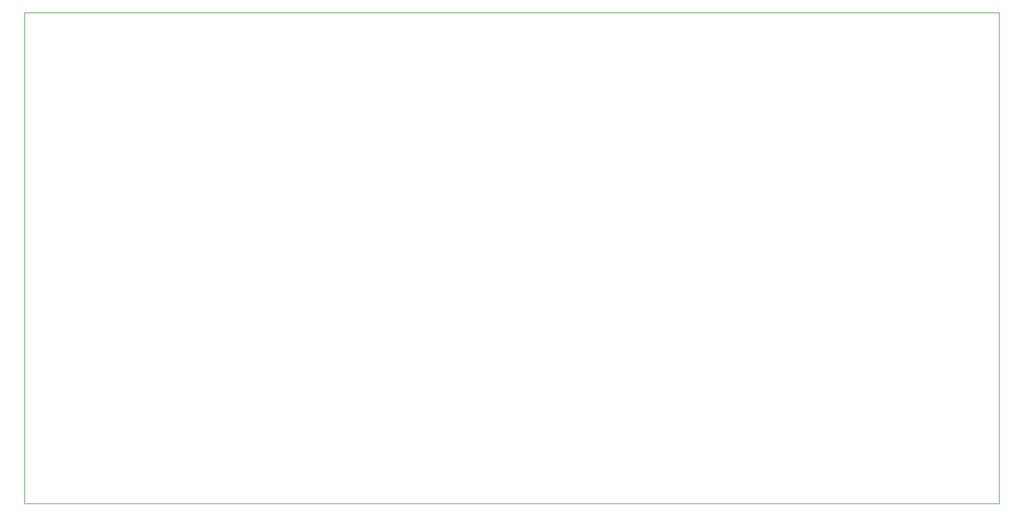
<source format=gm1>
%TF.GenerationSoftware,KiCad,Pcbnew,(6.0.5)*%
%TF.CreationDate,2022-06-06T23:13:21-07:00*%
%TF.ProjectId,tc_pcb_f,74635f70-6362-45f6-962e-6b696361645f,rev?*%
%TF.SameCoordinates,Original*%
%TF.FileFunction,Profile,NP*%
%FSLAX46Y46*%
G04 Gerber Fmt 4.6, Leading zero omitted, Abs format (unit mm)*
G04 Created by KiCad (PCBNEW (6.0.5)) date 2022-06-06 23:13:21*
%MOMM*%
%LPD*%
G01*
G04 APERTURE LIST*
%TA.AperFunction,Profile*%
%ADD10C,0.100000*%
%TD*%
G04 APERTURE END LIST*
D10*
X47537000Y-54641600D02*
X185787000Y-54641600D01*
X185787000Y-54641600D02*
X185787000Y-124341600D01*
X185787000Y-124341600D02*
X47537000Y-124341600D01*
X47537000Y-124341600D02*
X47537000Y-54641600D01*
M02*

</source>
